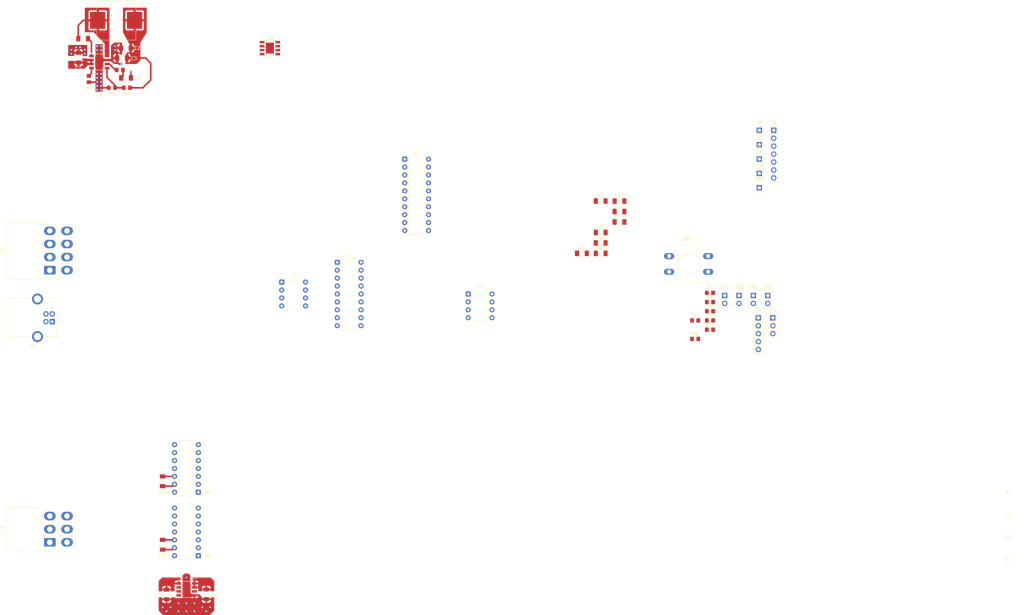
<source format=kicad_pcb>
(kicad_pcb (version 20241229) (generator "pcbnew") (generator_version "9.0")
  (layers (0 "F.Cu" signal) (2 "B.Cu" power) (13 "F.Paste" user) (15 "B.Paste" user) (5 "F.SilkS" user "F.Silkscreen") (7 "B.SilkS" user "B.Silkscreen") (1 "F.Mask" user) (3 "B.Mask" user) (25 "Edge.Cuts" user))
  (net 0 "")
  (net 1 "+12V")
  (net 2 "GND")
  (net 3 "+6.5V")
  (net 4 "Net-(U5-BST)")
  (net 5 "Net-(U5-SW)")
  (net 6 "Net-(C5-Pad2)")
  (net 7 "+5V")
  (net 8 "+5VA")
  (net 9 "Net-(U1-Vusb3v3)")
  (net 10 "Net-(JP1-A)")
  (net 12 "/USB_D+")
  (net 13 "VBUS")
  (net 15 "/USB_D-")
  (net 16 "/CAN_L")
  (net 17 "/Tach")
  (net 18 "/Speed")
  (net 19 "/CAN_H")
  (net 20 "/AN1")
  (net 21 "/AN4")
  (net 22 "/AN2")
  (net 23 "/AN3")
  (net 24 "/ICSP_~{MCLR}")
  (net 25 "/ICSP_CLK")
  (net 26 "/ICSP_DAT")
  (net 27 "/DAC1_~{CS}")
  (net 28 "/MISO")
  (net 29 "/ROM_~{CS}")
  (net 30 "/DAC2_~{CS}")
  (net 31 "/SCK")
  (net 32 "/MOSI")
  (net 33 "/CAN_~{CS}")
  (net 34 "/INT")
  (net 35 "Net-(JP2-A)")
  (net 36 "Net-(JP5-B)")
  (net 37 "Net-(U5-FB)")
  (net 38 "Net-(U5-RT{slash}CLK)")
  (net 39 "/~{MCLR}")
  (net 40 "Net-(U5-COMP)")
  (net 43 "/CLK")
  (net 44 "Net-(U2-RXCAN)")
  (net 49 "Net-(U2-TXCAN)")
  (footprint "Connector_PinSocket_2.54mm:PinSocket_1x02_P2.54mm_Vertical" (layer "F.Cu") (at 268.575 135.1)
    (property "Reference" "JP5" (at 0 -2.77 0) (layer "F.SilkS"))
    (property "Value" "Term")
    (pad "1" thru_hole rect (at 0 0) (size 1.7 1.7) (drill 1) (layers "*.Cu" "*.Mask") (net 16 "/CAN_L"))
    (pad "2" thru_hole oval (at 0 2.54) (size 1.7 1.7) (drill 1) (layers "*.Cu" "*.Mask") (net 36 "Net-(JP5-B)"))
  )
  (footprint "Package_DIP:DIP-14_W7.62mm" (layer "F.Cu") (at 86.36 218.44 180)
    (property "Reference" "U8" (at -2.54 0 0) (layer "F.SilkS"))
    (property "Value" "MCP4912" (hide yes))
    (pad "1" thru_hole roundrect (at 0 0 180) (size 1.6 1.6) (drill 0.8) (layers "*.Cu" "*.Mask") (roundrect_rratio 0.15625) (net 8 "+5VA"))
    (pad "2" thru_hole circle (at 0 2.54 180) (size 1.6 1.6) (drill 0.8) (layers "*.Cu" "*.Mask"))
    (pad "3" thru_hole circle (at 0 5.08 180) (size 1.6 1.6) (drill 0.8) (layers "*.Cu" "*.Mask") (net 27 "/DAC1_~{CS}"))
    (pad "4" thru_hole circle (at 0 7.62 180) (size 1.6 1.6) (drill 0.8) (layers "*.Cu" "*.Mask") (net 31 "/SCK"))
    (pad "5" thru_hole circle (at 0 10.16 180) (size 1.6 1.6) (drill 0.8) (layers "*.Cu" "*.Mask") (net 32 "/MOSI"))
    (pad "6" thru_hole circle (at 0 12.7 180) (size 1.6 1.6) (drill 0.8) (layers "*.Cu" "*.Mask"))
    (pad "7" thru_hole circle (at 0 15.24 180) (size 1.6 1.6) (drill 0.8) (layers "*.Cu" "*.Mask"))
    (pad "8" thru_hole circle (at 7.62 15.24 180) (size 1.6 1.6) (drill 0.8) (layers "*.Cu" "*.Mask") (net 2 "GND"))
    (pad "9" thru_hole circle (at 7.62 12.7 180) (size 1.6 1.6) (drill 0.8) (layers "*.Cu" "*.Mask") (net 8 "+5VA"))
    (pad "10" thru_hole circle (at 7.62 10.16 180) (size 1.6 1.6) (drill 0.8) (layers "*.Cu" "*.Mask") (net 22 "/AN2"))
    (pad "11" thru_hole circle (at 7.62 7.62 180) (size 1.6 1.6) (drill 0.8) (layers "*.Cu" "*.Mask") (net 8 "+5VA"))
    (pad "12" thru_hole circle (at 7.62 5.08 180) (size 1.6 1.6) (drill 0.8) (layers "*.Cu" "*.Mask") (net 2 "GND"))
    (pad "13" thru_hole circle (at 7.62 2.54 180) (size 1.6 1.6) (drill 0.8) (layers "*.Cu" "*.Mask") (net 8 "+5VA"))
    (pad "14" thru_hole circle (at 7.62 0 180) (size 1.6 1.6) (drill 0.8) (layers "*.Cu" "*.Mask") (net 20 "/AN1"))
  )
  (footprint "Capacitor_SMD:C_1206_3216Metric_Pad1.33x1.80mm_HandSolder" (layer "F.Cu") (at 221.115 111.55)
    (property "Reference" "C15" (at 0 -1.85 0) (layer "F.SilkS"))
    (property "Value" "100n")
    (pad "1" smd roundrect (at -1.5625 0) (size 1.325 1.8) (layers "F.Cu" "F.Mask" "F.Paste") (roundrect_rratio 0.188679) (net 2 "GND"))
    (pad "2" smd roundrect (at 1.5625 0) (size 1.325 1.8) (layers "F.Cu" "F.Mask" "F.Paste") (roundrect_rratio 0.188679) (net 7 "+5V"))
  )
  (footprint "Connector_PinSocket_2.54mm:PinSocket_1x02_P2.54mm_Vertical" (layer "F.Cu") (at 259.375 135.1)
    (property "Reference" "JP3" (at 0 -2.77 0) (layer "F.SilkS"))
    (property "Value" "USB_PWR")
    (pad "1" thru_hole rect (at 0 0) (size 1.7 1.7) (drill 1) (layers "*.Cu" "*.Mask") (net 13 "VBUS"))
    (pad "2" thru_hole oval (at 0 2.54) (size 1.7 1.7) (drill 1) (layers "*.Cu" "*.Mask") (net 7 "+5V"))
  )
  (footprint "Capacitor_SMD:C_1206_3216Metric_Pad1.33x1.80mm_HandSolder" (layer "F.Cu") (at 221.115 104.85)
    (property "Reference" "C13" (at 0 -1.85 0) (layer "F.SilkS"))
    (property "Value" "100n")
    (pad "1" smd roundrect (at -1.5625 0) (size 1.325 1.8) (layers "F.Cu" "F.Mask" "F.Paste") (roundrect_rratio 0.188679) (net 2 "GND"))
    (pad "2" smd roundrect (at 1.5625 0) (size 1.325 1.8) (layers "F.Cu" "F.Mask" "F.Paste") (roundrect_rratio 0.188679) (net 7 "+5V"))
  )
  (footprint "Connector_PinHeader_2.54mm:PinHeader_1x05_P2.54mm_Vertical" (layer "F.Cu") (at 265.555 142.25)
    (property "Reference" "J4" (at 0 -2.33 0) (layer "F.SilkS"))
    (property "Value" "ICSP")
    (pad "1" thru_hole rect (at 0 0) (size 1.7 1.7) (drill 1) (layers "*.Cu" "*.Mask") (net 24 "/ICSP_~{MCLR}"))
    (pad "2" thru_hole oval (at 0 2.54) (size 1.7 1.7) (drill 1) (layers "*.Cu" "*.Mask") (net 7 "+5V"))
    (pad "3" thru_hole oval (at 0 5.08) (size 1.7 1.7) (drill 1) (layers "*.Cu" "*.Mask") (net 2 "GND"))
    (pad "4" thru_hole oval (at 0 7.62) (size 1.7 1.7) (drill 1) (layers "*.Cu" "*.Mask") (net 26 "/ICSP_DAT"))
    (pad "5" thru_hole oval (at 0 10.16) (size 1.7 1.7) (drill 1) (layers "*.Cu" "*.Mask") (net 25 "/ICSP_CLK"))
  )
  (footprint "Capacitor_SMD:C_1206_3216Metric_Pad1.33x1.80mm_HandSolder" (layer "F.Cu") (at 74.93 194.6025 90)
    (property "Reference" "C16" (at -3.5175 0 180) (layer "F.SilkS"))
    (property "Value" "100n" (hide yes))
    (pad "1" smd roundrect (at -1.5625 0 90) (size 1.325 1.8) (layers "F.Cu" "F.Mask" "F.Paste") (roundrect_rratio 0.188679) (net 8 "+5VA"))
    (pad "2" smd roundrect (at 1.5625 0 90) (size 1.325 1.8) (layers "F.Cu" "F.Mask" "F.Paste") (roundrect_rratio 0.188679) (net 2 "GND"))
  )
  (footprint "Connector_PinSocket_2.54mm:PinSocket_1x03_P2.54mm_Vertical" (layer "F.Cu") (at 270.205 142.25)
    (property "Reference" "JP2" (at 0 -2.77 0) (layer "F.SilkS"))
    (property "Value" "Prog")
    (pad "1" thru_hole rect (at 0 0) (size 1.7 1.7) (drill 1) (layers "*.Cu" "*.Mask") (net 35 "Net-(JP2-A)"))
    (pad "2" thru_hole oval (at 0 2.54) (size 1.7 1.7) (drill 1) (layers "*.Cu" "*.Mask") (net 34 "/INT"))
    (pad "3" thru_hole oval (at 0 5.08) (size 1.7 1.7) (drill 1) (layers "*.Cu" "*.Mask") (net 25 "/ICSP_CLK"))
  )
  (footprint "Connector_PinSocket_2.54mm:PinSocket_1x07_P2.54mm_Vertical" (layer "F.Cu") (at 270.475 82.2)
    (property "Reference" "J5" (at 0 -2.77 0) (layer "F.SilkS"))
    (property "Value" "SPI debug")
    (pad "1" thru_hole rect (at 0 0) (size 1.7 1.7) (drill 1) (layers "*.Cu" "*.Mask") (net 31 "/SCK"))
    (pad "2" thru_hole oval (at 0 2.54) (size 1.7 1.7) (drill 1) (layers "*.Cu" "*.Mask") (net 32 "/MOSI"))
    (pad "3" thru_hole oval (at 0 5.08) (size 1.7 1.7) (drill 1) (layers "*.Cu" "*.Mask") (net 28 "/MISO"))
    (pad "4" thru_hole oval (at 0 7.62) (size 1.7 1.7) (drill 1) (layers "*.Cu" "*.Mask") (net 33 "/CAN_~{CS}"))
    (pad "5" thru_hole oval (at 0 10.16) (size 1.7 1.7) (drill 1) (layers "*.Cu" "*.Mask") (net 29 "/ROM_~{CS}"))
    (pad "6" thru_hole oval (at 0 12.7) (size 1.7 1.7) (drill 1) (layers "*.Cu" "*.Mask") (net 27 "/DAC1_~{CS}"))
    (pad "7" thru_hole oval (at 0 15.24) (size 1.7 1.7) (drill 1) (layers "*.Cu" "*.Mask") (net 30 "/DAC2_~{CS}"))
  )
  (footprint "Resistor_SMD:R_0805_2012Metric_Pad1.20x1.40mm_HandSolder" (layer "F.Cu") (at 250.075 137.2)
    (property "Reference" "R8" (at 0 -1.65 0) (layer "F.SilkS"))
    (property "Value" "120")
    (pad "1" smd roundrect (at -1 0) (size 1.2 1.4) (layers "F.Cu" "F.Mask" "F.Paste") (roundrect_rratio 0.208333) (net 36 "Net-(JP5-B)"))
    (pad "2" smd roundrect (at 1 0) (size 1.2 1.4) (layers "F.Cu" "F.Mask" "F.Paste") (roundrect_rratio 0.208333) (net 19 "/CAN_H"))
  )
  (footprint "Resistor_SMD:R_0805_2012Metric_Pad1.20x1.40mm_HandSolder" (layer "F.Cu") (at 63.5 68.58)
    (property "Reference" "R1" (at 0 1.778 0) (layer "F.SilkS"))
    (property "Value" "73k2" (hide yes))
    (pad "1" smd roundrect (at -1 0) (size 1.2 1.4) (layers "F.Cu" "F.Mask" "F.Paste") (roundrect_rratio 0.208333) (net 37 "Net-(U5-FB)"))
    (pad "2" smd roundrect (at 1 0) (size 1.2 1.4) (layers "F.Cu" "F.Mask" "F.Paste") (roundrect_rratio 0.208333) (net 3 "+6.5V"))
  )
  (footprint "Connector_PinSocket_2.54mm:PinSocket_1x02_P2.54mm_Vertical" (layer "F.Cu") (at 254.775 135.1)
    (property "Reference" "JP1" (at 0 -2.77 0) (layer "F.SilkS"))
    (property "Value" "~{Prog}")
    (pad "1" thru_hole rect (at 0 0) (size 1.7 1.7) (drill 1) (layers "*.Cu" "*.Mask") (net 10 "Net-(JP1-A)"))
    (pad "2" thru_hole oval (at 0 2.54) (size 1.7 1.7) (drill 1) (layers "*.Cu" "*.Mask") (net 24 "/ICSP_~{MCLR}"))
  )
  (footprint "Capacitor_SMD:C_1206_3216Metric_Pad1.33x1.80mm_HandSolder" (layer "F.Cu") (at 49.4915 52.832)
    (property "Reference" "C4" (at -3.81 -0.127 180) (layer "F.SilkS"))
    (property "Value" "100n" (hide yes))
    (pad "1" smd roundrect (at -1.5625 0) (size 1.325 1.8) (layers "F.Cu" "F.Mask" "F.Paste") (roundrect_rratio 0.188679) (net 5 "Net-(U5-SW)"))
    (pad "2" smd roundrect (at 1.5625 0) (size 1.325 1.8) (layers "F.Cu" "F.Mask" "F.Paste") (roundrect_rratio 0.188679) (net 4 "Net-(U5-BST)"))
  )
  (footprint "Capacitor_SMD:C_1206_3216Metric_Pad1.33x1.80mm_HandSolder" (layer "F.Cu") (at 215.105 121.6)
    (property "Reference" "C12" (at 0 -1.85 0) (layer "F.SilkS"))
    (property "Value" "100n")
    (pad "1" smd roundrect (at -1.5625 0) (size 1.325 1.8) (layers "F.Cu" "F.Mask" "F.Paste") (roundrect_rratio 0.188679) (net 10 "Net-(JP1-A)"))
    (pad "2" smd roundrect (at 1.5625 0) (size 1.325 1.8) (layers "F.Cu" "F.Mask" "F.Paste") (roundrect_rratio 0.188679) (net 2 "GND"))
  )
  (footprint "Capacitor_SMD:C_1206_3216Metric_Pad1.33x1.80mm_HandSolder" (layer "F.Cu") (at 215.105 118.25)
    (property "Reference" "C11" (at 0 -1.85 0) (layer "F.SilkS"))
    (property "Value" "1u")
    (pad "1" smd roundrect (at -1.5625 0) (size 1.325 1.8) (layers "F.Cu" "F.Mask" "F.Paste") (roundrect_rratio 0.188679) (net 9 "Net-(U1-Vusb3v3)"))
    (pad "2" smd roundrect (at 1.5625 0) (size 1.325 1.8) (layers "F.Cu" "F.Mask" "F.Paste") (roundrect_rratio 0.188679) (net 2 "GND"))
  )
  (footprint "Package_DIP:DIP-8_W7.62mm" (layer "F.Cu") (at 172.72 134.62)
    (property "Reference" "U4" (at 3.81 -2.33 0) (layer "F.SilkS"))
    (property "Value" "25LC160C")
    (pad "1" thru_hole roundrect (at 0 0) (size 1.6 1.6) (drill 0.8) (layers "*.Cu" "*.Mask") (roundrect_rratio 0.15625) (net 29 "/ROM_~{CS}"))
    (pad "2" thru_hole circle (at 0 2.54) (size 1.6 1.6) (drill 0.8) (layers "*.Cu" "*.Mask") (net 28 "/MISO"))
    (pad "3" thru_hole circle (at 0 5.08) (size 1.6 1.6) (drill 0.8) (layers "*.Cu" "*.Mask") (net 7 "+5V"))
    (pad "4" thru_hole circle (at 0 7.62) (size 1.6 1.6) (drill 0.8) (layers "*.Cu" "*.Mask") (net 2 "GND"))
    (pad "5" thru_hole circle (at 7.62 7.62) (size 1.6 1.6) (drill 0.8) (layers "*.Cu" "*.Mask") (net 32 "/MOSI"))
    (pad "6" thru_hole circle (at 7.62 5.08) (size 1.6 1.6) (drill 0.8) (layers "*.Cu" "*.Mask") (net 31 "/SCK"))
    (pad "7" thru_hole circle (at 7.62 2.54) (size 1.6 1.6) (drill 0.8) (layers "*.Cu" "*.Mask") (net 7 "+5V"))
    (pad "8" thru_hole circle (at 7.62 0) (size 1.6 1.6) (drill 0.8) (layers "*.Cu" "*.Mask") (net 7 "+5V"))
  )
  (footprint "Resistor_SMD:R_0805_2012Metric_Pad1.20x1.40mm_HandSolder" (layer "F.Cu") (at 250.075 143.1)
    (property "Reference" "R10" (at 0 -1.65 0) (layer "F.SilkS"))
    (property "Value" "10k")
    (pad "1" smd roundrect (at -1 0) (size 1.2 1.4) (layers "F.Cu" "F.Mask" "F.Paste") (roundrect_rratio 0.208333) (net 8 "+5VA"))
    (pad "2" smd roundrect (at 1 0) (size 1.2 1.4) (layers "F.Cu" "F.Mask" "F.Paste") (roundrect_rratio 0.208333) (net 27 "/DAC1_~{CS}"))
  )
  (footprint "Capacitor_SMD:C_1206_3216Metric_Pad1.33x1.80mm_HandSolder" (layer "F.Cu") (at 209.095 121.6)
    (property "Reference" "C6" (at 0 -1.85 0) (layer "F.SilkS"))
    (property "Value" "22u")
    (pad "1" smd roundrect (at -1.5625 0) (size 1.325 1.8) (layers "F.Cu" "F.Mask" "F.Paste") (roundrect_rratio 0.188679) (net 3 "+6.5V"))
    (pad "2" smd roundrect (at 1.5625 0) (size 1.325 1.8) (layers "F.Cu" "F.Mask" "F.Paste") (roundrect_rratio 0.188679) (net 2 "GND"))
  )
  (footprint "Connector_PinSocket_2.54mm:PinSocket_1x01_P2.54mm_Vertical" (layer "F.Cu") (at 265.875 96)
    (property "Reference" "J9" (at 0 -2.77 0) (layer "F.SilkS"))
    (property "Value" "Conn_01x01_Socket")
    (pad "1" thru_hole rect (at 0 0) (size 1.7 1.7) (drill 1) (layers "*.Cu" "*.Mask") (net 8 "+5VA"))
  )
  (footprint "Capacitor_SMD:C_1206_3216Metric_Pad1.33x1.80mm_HandSolder" (layer "F.Cu") (at 63.2075 65.405 180)
    (property "Reference" "C5" (at -3.5945 -0.127 0) (layer "F.SilkS"))
    (property "Value" "100n" (hide yes))
    (pad "1" smd roundrect (at -1.5625 0 180) (size 1.325 1.8) (layers "F.Cu" "F.Mask" "F.Paste") (roundrect_rratio 0.188679) (net 2 "GND"))
    (pad "2" smd roundrect (at 1.5625 0 180) (size 1.325 1.8) (layers "F.Cu" "F.Mask" "F.Paste") (roundrect_rratio 0.188679) (net 6 "Net-(C5-Pad2)"))
  )
  (footprint "Resistor_SMD:R_0805_2012Metric_Pad1.20x1.40mm_HandSolder" (layer "F.Cu") (at 51.308 65.77 -90)
    (property "Reference" "R3" (at 2.905 0 180) (layer "F.SilkS"))
    (property "Value" "50k" (hide yes))
    (pad "1" smd roundrect (at -1 0 270) (size 1.2 1.4) (layers "F.Cu" "F.Mask" "F.Paste") (roundrect_rratio 0.208333) (net 38 "Net-(U5-RT{slash}CLK)"))
    (pad "2" smd roundrect (at 1 0 270) (size 1.2 1.4) (layers "F.Cu" "F.Mask" "F.Paste") (roundrect_rratio 0.208333) (net 2 "GND"))
  )
  (footprint "Button_Switch_THT:SW_PUSH-12mm" (layer "F.Cu") (at 237 122.5)
    (property "Reference" "SW1" (at 5.83 -5.41 0) (layer "F.SilkS"))
    (property "Value" "Reset")
    (pad "1" thru_hole oval (at 0 0) (size 3.2 1.9) (drill 1.3) (layers "*.Cu" "*.Mask") (net 2 "GND"))
    (pad "1" thru_hole oval (at 12.5 0) (size 3.2 1.9) (drill 1.3) (layers "*.Cu" "*.Mask") (net 2 "GND"))
    (pad "2" thru_hole oval (at 0 5) (size 3.2 1.9) (drill 1.3) (layers "*.Cu" "*.Mask") (net 24 "/ICSP_~{MCLR}"))
    (pad "2" thru_hole oval (at 12.5 5) (size 3.2 1.9) (drill 1.3) (layers "*.Cu" "*.Mask") (net 24 "/ICSP_~{MCLR}"))
  )
  (footprint "Resistor_SMD:R_0805_2012Metric_Pad1.20x1.40mm_HandSolder" (layer "F.Cu") (at 58.69 68.58)
    (property "Reference" "R2" (at -0.016 1.778 0) (layer "F.SilkS"))
    (property "Value" "10k" (hide yes))
    (pad "1" smd roundrect (at -1 0) (size 1.2 1.4) (layers "F.Cu" "F.Mask" "F.Paste") (roundrect_rratio 0.208333) (net 2 "GND"))
    (pad "2" smd roundrect (at 1 0) (size 1.2 1.4) (layers "F.Cu" "F.Mask" "F.Paste") (roundrect_rratio 0.208333) (net 37 "Net-(U5-FB)"))
  )
  (footprint "Connector_PinSocket_2.54mm:PinSocket_1x01_P2.54mm_Vertical" (layer "F.Cu") (at 265.875 86.8)
    (property "Reference" "J7" (at 0 -2.77 0) (layer "F.SilkS"))
    (property "Value" "Conn_01x01_Socket")
    (pad "1" thru_hole rect (at 0 0) (size 1.7 1.7) (drill 1) (layers "*.Cu" "*.Mask") (net 3 "+6.5V"))
  )
  (footprint "Connector_Molex:Molex_Mini-Fit_Jr_5569-06A2_2x03_P4.20mm_Horizontal" (layer "F.Cu") (at 38.835 214.14 90)
    (property "Reference" "J3" (at 4.2 -15.1 90) (layer "F.SilkS"))
    (property "Value" "Analog")
    (pad "" np_thru_hole circle (at 0 -7.3 90) (size 3 3) (drill 3) (layers "*.Cu" "*.Mask"))
    (pad "" np_thru_hole circle (at 8.4 -7.3 90) (size 3 3) (drill 3) (layers "*.Cu" "*.Mask"))
    (pad "1" thru_hole roundrect (at 0 0 90) (size 2.7 3.7) (drill 1.8) (layers "*.Cu" "*.Mask") (roundrect_rratio 0.092593) (net 20 "/AN1"))
    (pad "2" thru_hole oval (at 4.2 0 90) (size 2.7 3.7) (drill 1.8) (layers "*.Cu" "*.Mask") (net 2 "GND"))
    (pad "3" thru_hole oval (at 8.4 0 90) (size 2.7 3.7) (drill 1.8) (layers "*.Cu" "*.Mask") (net 23 "/AN3"))
    (pad "4" thru_hole oval (at 0 5.5 90) (size 2.7 3.7) (drill 1.8) (layers "*.Cu" "*.Mask") (net 22 "/AN2"))
    (pad "5" thru_hole oval (at 4.2 5.5 90) (size 2.7 3.7) (drill 1.8) (layers "*.Cu" "*.Mask") (net 2 "GND"))
    (pad "6" thru_hole oval (at 8.4 5.5 90) (size 2.7 3.7) (drill 1.8) (layers "*.Cu" "*.Mask") (net 21 "/AN4"))
  )
  (footprint "Resistor_SMD:R_0805_2012Metric_Pad1.20x1.40mm_HandSolder" (layer "F.Cu") (at 250.075 146.05)
    (property "Reference" "R11" (at 0 -1.65 0) (layer "F.SilkS"))
    (property "Value" "10k")
    (pad "1" smd roundrect (at -1 0) (size 1.2 1.4) (layers "F.Cu" "F.Mask" "F.Paste") (roundrect_rratio 0.208333) (net 8 "+5VA"))
    (pad "2" smd roundrect (at 1 0) (size 1.2 1.4) (layers "F.Cu" "F.Mask" "F.Paste") (roundrect_rratio 0.208333) (net 30 "/DAC2_~{CS}"))
  )
  (footprint "Connector_Molex:Molex_Mini-Fit_Jr_5569-08A2_2x04_P4.20mm_Horizontal" (layer "F.Cu") (at 38.835 127 90)
    (property "Reference" "J2" (at 6.3 -15.1 90) (layer "F.SilkS"))
    (property "Value" "Conn_02x04_Top_Bottom")
    (pad "" np_thru_hole circle (at 0 -7.3 90) (size 3 3) (drill 3) (layers "*.Cu" "*.Mask"))
    (pad "" np_thru_hole circle (at 12.6 -7.3 90) (size 3 3) (drill 3) (layers "*.Cu" "*.Mask"))
    (pad "1" thru_hole roundrect (at 0 0 90) (size 2.7 3.7) (drill 1.8) (layers "*.Cu" "*.Mask") (roundrect_rratio 0.092593) (net 1 "+12V"))
    (pad "2" thru_hole oval (at 4.2 0 90) (size 2.7 3.7) (drill 1.8) (layers "*.Cu" "*.Mask") (net 2 "GND"))
    (pad "3" thru_hole oval (at 8.4 0 90) (size 2.7 3.7) (drill 1.8) (layers "*.Cu" "*.Mask") (net 2 "GND"))
    (pad "4" thru_hole oval (at 12.6 0 90) (size 2.7 3.7) (drill 1.8) (layers "*.Cu" "*.Mask") (net 17 "/Tach"))
    (pad "5" thru_hole oval (at 0 5.5 90) (size 2.7 3.7) (drill 1.8) (layers "*.Cu" "*.Mask") (net 2 "GND"))
    (pad "6" thru_hole oval (at 4.2 5.5 90) (size 2.7 3.7) (drill 1.8) (layers "*.Cu" "*.Mask") (net 19 "/CAN_H"))
    (pad "7" thru_hole oval (at 8.4 5.5 90) (size 2.7 3.7) (drill 1.8) (layers "*.Cu" "*.Mask") (net 16 "/CAN_L"))
    (pad "8" thru_hole oval (at 12.6 5.5 90) (size 2.7 3.7) (drill 1.8) (layers "*.Cu" "*.Mask") (net 18 "/Speed"))
  )
  (footprint "Capacitor_SMD:C_1206_3216Metric_Pad1.33x1.80mm_HandSolder" (layer "F.Cu") (at 221.115 108.2)
    (property "Reference" "C14" (at 0 -1.85 0) (layer "F.SilkS"))
    (property "Value" "100n")
    (pad "1" smd roundrect (at -1.5625 0) (size 1.325 1.8) (layers "F.Cu" "F.Mask" "F.Paste") (roundrect_rratio 0.188679) (net 2 "GND"))
    (pad "2" smd roundrect (at 1.5625 0) (size 1.325 1.8) (layers "F.Cu" "F.Mask" "F.Paste") (roundrect_rratio 0.188679) (net 7 "+5V"))
  )
  (footprint "Resistor_SMD:R_0805_2012Metric_Pad1.20x1.40mm_HandSolder" (layer "F.Cu") (at 61.23 62.865 180)
    (property "Reference" "R5" (at -3.032 0.635 0) (layer "F.SilkS"))
    (property "Value" "12k" (hide yes))
    (pad "1" smd roundrect (at -1 0 180) (size 1.2 1.4) (layers "F.Cu" "F.Mask" "F.Paste") (roundrect_rratio 0.208333) (net 6 "Net-(C5-Pad2)"))
    (pad "2" smd roundrect (at 1 0 180) (size 1.2 1.4) (layers "F.Cu" "F.Mask" "F.Paste") (roundrect_rratio 0.208333) (net 40 "Net-(U5-COMP)"))
  )
  (footprint "Package_DIP:DIP-14_W7.62mm" (layer "F.Cu") (at 86.36 198.12 180)
    (property "Reference" "U9" (at -2.54 0 0) (layer "F.SilkS"))
    (property "Value" "MCP4912" (hide yes))
    (pad "1" thru_hole roundrect (at 0 0 180) (size 1.6 1.6) (drill 0.8) (layers "*.Cu" "*.Mask") (roundrect_rratio 0.15625) (net 8 "+5VA"))
    (pad "2" thru_hole circle (at 0 2.54 180) (size 1.6 1.6) (drill 0.8) (layers "*.Cu" "*.Mask"))
    (pad "3" thru_hole circle (at 0 5.08 180) (size 1.6 1.6) (drill 0.8) (layers "*.Cu" "*.Mask") (net 30 "/DAC2_~{CS}"))
    (pad "4" thru_hole circle (at 0 7.62 180) (size 1.6 1.6) (drill 0.8) (layers "*.Cu" "*.Mask") (net 31 "/SCK"))
    (pad "5" thru_hole circle (at 0 10.16 180) (size 1.6 1.6) (drill 0.8) (layers "*.Cu" "*.Mask") (net 32 "/MOSI"))
    (pad "6" thru_hole circle (at 0 12.7 180) (size 1.6 1.6) (drill 0.8) (layers "*.Cu" "*.Mask"))
    (pad "7" thru_hole circle (at 0 15.24 180) (size 1.6 1.6) (drill 0.8) (layers "*.Cu" "*.Mask"))
    (pad "8" thru_hole circle (at 7.62 15.24 180) (size 1.6 1.6) (drill 0.8) (layers "*.Cu" "*.Mask") (net 2 "GND"))
    (pad "9" thru_hole circle (at 7.62 12.7 180) (size 1.6 1.6) (drill 0.8) (layers "*.Cu" "*.Mask") (net 8 "+5VA"))
    (pad "10" thru_hole circle (at 7.62 10.16 180) (size 1.6 1.6) (drill 0.8) (layers "*.Cu" "*.Mask") (net 21 "/AN4"))
    (pad "11" thru_hole circle (at 7.62 7.62 180) (size 1.6 1.6) (drill 0.8) (layers "*.Cu" "*.Mask") (net 8 "+5VA"))
    (pad "12" thru_hole circle (at 7.62 5.08 180) (size 1.6 1.6) (drill 0.8) (layers "*.Cu" "*.Mask") (net 2 "GND"))
    (pad "13" thru_hole circle (at 7.62 2.54 180) (size 1.6 1.6) (drill 0.8) (layers "*.Cu" "*.Mask") (net 8 "+5VA"))
    (pad "14" thru_hole circle (at 7.62 0 180) (size 1.6 1.6) (drill 0.8) (layers "*.Cu" "*.Mask") (net 23 "/AN3"))
  )
  (footprint "Connector_USB:USB_B_OST_USB-B1HSxx_Horizontal" (layer "F.Cu") (at 39.5975 143.49 180)
    (property "Reference" "J1" (at 6.76 -7.77 0) (layer "F.SilkS"))
    (property "Value" "USB_B")
    (pad "1" thru_hole rect (at 0 0 180) (size 1.7 1.7) (drill 0.92) (layers "*.Cu" "*.Mask") (net 13 "VBUS"))
    (pad "2" thru_hole circle (at 0 2.5 180) (size 1.7 1.7) (drill 0.92) (layers "*.Cu" "*.Mask") (net 15 "/USB_D-"))
    (pad "3" thru_hole circle (at 2 2.5 180) (size 1.7 1.7) (drill 0.92) (layers "*.Cu" "*.Mask") (net 12 "/USB_D+"))
    (pad "4" thru_hole circle (at 2 0 180) (size 1.7 1.7) (drill 0.92) (layers "*.Cu" "*.Mask") (net 2 "GND"))
    (pad "5" thru_hole circle (at 4.71 -4.77 180) (size 3.5 3.5) (drill 2.33) (layers "*.Cu" "*.Mask"))
    (pad "5" thru_hole circle (at 4.71 7.27 180) (size 3.5 3.5) (drill 2.33) (layers "*.Cu" "*.Mask"))
  )
  (footprint "Capacitor_SMD:C_1206_3216Metric_Pad1.33x1.80mm_HandSolder" (layer "F.Cu") (at 88.9 230.7975 -90)
    (property "Reference" "C8" (at 0.3425 -2.54 180) (layer "F.SilkS"))
    (property "Value" "22u" (hide yes))
    (pad "1" smd roundrect (at -1.5625 0 270) (size 1.325 1.8) (layers "F.Cu" "F.Mask" "F.Paste") (roundrect_rratio 0.188679) (net 3 "+6.5V"))
    (pad "2" smd roundrect (at 1.5625 0 270) (size 1.325 1.8) (layers "F.Cu" "F.Mask" "F.Paste") (roundrect_rratio 0.188679) (net 2 "GND"))
  )
  (footprint "MountingHole:MountingHole_3.2mm_M3_DIN965" (layer "F.Cu") (at 345.44 209.22)
    (property "Reference" "H2" (at 0 -3.8 0) (layer "F.SilkS"))
    (property "Value" "MountingHole")
    (pad "" np_thru_hole circle (at 0 0) (size 3.2 3.2) (drill 3.2) (layers "*.Cu" "*.Mask"))
  )
  (footprint "MountingHole:MountingHole_3.2mm_M3_DIN965" (layer "F.Cu") (at 345.44 216.37)
    (property "Reference" "H3" (at 0 -3.8 0) (layer "F.SilkS"))
    (property "Value" "MountingHole")
    (pad "" np_thru_hole circle (at 0 0) (size 3.2 3.2) (drill 3.2) (layers "*.Cu" "*.Mask"))
  )
  (footprint "Package_SO:Diodes_SO-8EP" (layer "F.Cu") (at 82.5925 229.235)
    (property "Reference" "U7" (at 2.4975 -3.81 0) (layer "F.SilkS"))
    (property "Value" "AP7375Q" (hide yes))
    (pad "1" smd rect (at -2.4975 -1.905) (size 1.505 0.802) (layers "F.Cu" "F.Mask" "F.Paste") (net 8 "+5VA"))
    (pad "2" smd rect (at -2.4975 -0.635) (size 1.505 0.802) (layers "F.Cu" "F.Mask" "F.Paste"))
    (pad "3" smd rect (at -2.4975 0.635) (size 1.505 0.802) (layers "F.Cu" "F.Mask" "F.Paste"))
    (pad "4" smd rect (at -2.4975 1.905) (size 1.505 0.802) (layers "F.Cu" "F.Mask" "F.Paste"))
    (pad "5" smd rect (at 2.4975 1.905) (size 1.505 0.802) (layers "F.Cu" "F.Mask" "F.Paste") (net 2 "GND"))
    (pad "6" smd rect (at 2.4975 0.635) (size 1.505 0.802) (layers "F.Cu" "F.Mask" "F.Paste"))
    (pad "7" smd rect (at 2.4975 -0.635) (size 1.505 0.802) (layers "F.Cu" "F.Mask" "F.Paste") (net 3 "+6.5V"))
    (pad "8" smd rect (at 2.4975 -1.905) (size 1.505 0.802) (layers "F.Cu" "F.Mask" "F.Paste") (net 3 "+6.5V"))
    (pad "9" smd rect (at 0 0) (size 2.613 3.502) (layers "F.Cu" "F.Mask" "F.Paste") (net 2 "GND"))
  )
  (footprint "Connector_PinSocket_2.54mm:PinSocket_1x01_P2.54mm_Vertical" (layer "F.Cu") (at 265.875 100.6)
    (property "Reference" "J10" (at 0 -2.77 0) (layer "F.SilkS"))
    (property "Value" "Conn_01x01_Socket")
    (pad "1" thru_hole rect (at 0 0) (size 1.7 1.7) (drill 1) (layers "*.Cu" "*.Mask") (net 2 "GND"))
  )
  (footprint "MountingHole:MountingHole_3.2mm_M3_DIN965" (layer "F.Cu") (at 345.44 223.52)
    (property "Reference" "H4" (at 0 -3.8 0) (layer "F.SilkS"))
    (property "Value" "MountingHole")
    (pad "" np_thru_hole circle (at 0 0) (size 3.2 3.2) (drill 3.2) (layers "*.Cu" "*.Mask"))
  )
  (footprint "Connector_PinSocket_2.54mm:PinSocket_1x02_P2.54mm_Vertical" (layer "F.Cu") (at 263.975 135.1)
    (property "Reference" "JP4" (at 0 -2.77 0) (layer "F.SilkS"))
    (property "Value" "USB_PWR")
    (pad "1" thru_hole rect (at 0 0) (size 1.7 1.7) (drill 1) (layers "*.Cu" "*.Mask") (net 13 "VBUS"))
    (pad "2" thru_hole oval (at 0 2.54) (size 1.7 1.7) (drill 1) (layers "*.Cu" "*.Mask") (net 8 "+5VA"))
  )
  (footprint "Capacitor_SMD:C_1206_3216Metric_Pad1.33x1.80mm_HandSolder" (layer "F.Cu") (at 48.006 58.928 90)
    (property "Reference" "C1" (at -3.302 0 180) (layer "F.SilkS"))
    (property "Value" "22u" (hide yes))
    (pad "1" smd roundrect (at -1.5625 0 90) (size 1.325 1.8) (layers "F.Cu" "F.Mask" "F.Paste") (roundrect_rratio 0.188679) (net 1 "+12V"))
    (pad "2" smd roundrect (at 1.5625 0 90) (size 1.325 1.8) (layers "F.Cu" "F.Mask" "F.Paste") (roundrect_rratio 0.188679) (net 2 "GND"))
  )
  (footprint "Connector_PinSocket_2.54mm:PinSocket_1x01_P2.54mm_Vertical" (layer "F.Cu") (at 265.875 82.2)
    (property "Reference" "J6" (at 0 -2.77 0) (layer "F.SilkS"))
    (property "Value" "Conn_01x01_Socket")
    (pad "1" thru_hole rect (at 0 0) (size 1.7 1.7) (drill 1) (layers "*.Cu" "*.Mask") (net 1 "+12V"))
  )
  (footprint "Package_DIP:DIP-20_W7.62mm" (layer "F.Cu") (at 152.4 91.44)
    (property "Reference" "U1" (at 3.81 -2.33 0) (layer "F.SilkS"))
    (property "Value" "PIC16F1459-IP")
    (pad "1" thru_hole roundrect (at 0 0) (size 1.6 1.6) (drill 0.8) (layers "*.Cu" "*.Mask") (roundrect_rratio 0.15625) (net 7 "+5V"))
    (pad "2" thru_hole circle (at 0 2.54) (size 1.6 1.6) (drill 0.8) (layers "*.Cu" "*.Mask") (net 29 "/ROM_~{CS}"))
    (pad "3" thru_hole circle (at 0 5.08) (size 1.6 1.6) (drill 0.8) (layers "*.Cu" "*.Mask") (net 43 "/CLK"))
    (pad "4" thru_hole circle (at 0 7.62) (size 1.6 1.6) (drill 0.8) (layers "*.Cu" "*.Mask") (net 39 "/~{MCLR}"))
    (pad "5" thru_hole circle (at 0 10.16) (size 1.6 1.6) (drill 0.8) (layers "*.Cu" "*.Mask"))
    (pad "6" thru_hole circle (at 0 12.7) (size 1.6 1.6) (drill 0.8) (layers "*.Cu" "*.Mask") (net 18 "/Speed"))
    (pad "7" thru_hole circle (at 0 15.24) (size 1.6 1.6) (drill 0.8) (layers "*.Cu" "*.Mask") (net 17 "/Tach"))
    (pad "8" thru_hole circle (at 0 17.78) (size 1.6 1.6) (drill 0.8) (layers "*.Cu" "*.Mask"))
    (pad "9" thru_hole circle (at 0 20.32) (size 1.6 1.6) (drill 0.8) (layers "*.Cu" "*.Mask") (net 32 "/MOSI"))
    (pad "10" thru_hole circle (at 0 22.86) (size 1.6 1.6) (drill 0.8) (layers "*.Cu" "*.Mask") (net 27 "/DAC1_~{CS}"))
    (pad "11" thru_hole circle (at 7.62 22.86) (size 1.6 1.6) (drill 0.8) (layers "*.Cu" "*.Mask") (net 31 "/SCK"))
    (pad "12" thru_hole circle (at 7.62 20.32) (size 1.6 1.6) (drill 0.8) (layers "*.Cu" "*.Mask") (net 33 "/CAN_~{CS}"))
    (pad "13" thru_hole circle (at 7.62 17.78) (size 1.6 1.6) (drill 0.8) (layers "*.Cu" "*.Mask") (net 28 "/MISO"))
    (pad "14" thru_hole circle (at 7.62 15.24) (size 1.6 1.6) (drill 0.8) (layers "*.Cu" "*.Mask") (net 30 "/DAC2_~{CS}"))
    (pad "15" thru_hole circle (at 7.62 12.7) (size 1.6 1.6) (drill 0.8) (layers "*.Cu" "*.Mask") (net 35 "Net-(JP2-A)"))
    (pad "16" thru_hole circle (at 7.62 10.16) (size 1.6 1.6) (drill 0.8) (layers "*.Cu" "*.Mask") (net 26 "/ICSP_DAT"))
    (pad "17" thru_hole circle (at 7.62 7.62) (size 1.6 1.6) (drill 0.8) (layers "*.Cu" "*.Mask") (net 9 "Net-(U1-Vusb3v3)"))
    (pad "18" thru_hole circle (at 7.62 5.08) (size 1.6 1.6) (drill 0.8) (layers "*.Cu" "*.Mask") (net 15 "/USB_D-"))
    (pad "19" thru_hole circle (at 7.62 2.54) (size 1.6 1.6) (drill 0.8) (layers "*.Cu" "*.Mask") (net 12 "/USB_D+"))
    (pad "20" thru_hole circle (at 7.62 0) (size 1.6 1.6) (drill 0.8) (layers "*.Cu" "*.Mask") (net 2 "GND"))
  )
  (footprint "Package_SO:Diodes_SO-8EP" (layer "F.Cu") (at 54.6525 60.325)
    (property "Reference" "U5" (at -0.0425 10.541 0) (layer "F.SilkS"))
    (property "Value" "AP64100Q" (hide yes))
    (pad "1" smd rect (at -2.4975 -1.905) (size 1.505 0.802) (layers "F.Cu" "F.Mask" "F.Paste") (net 4 "Net-(U5-BST)"))
    (pad "2" smd rect (at -2.4975 -0.635) (size 1.505 0.802) (layers "F.Cu" "F.Mask" "F.Paste") (net 1 "+12V"))
    (pad "3" smd rect (at -2.4975 0.635) (size 1.505 0.802) (layers "F.Cu" "F.Mask" "F.Paste") (net 1 "+12V"))
    (pad "4" smd rect (at -2.4975 1.905) (size 1.505 0.802) (layers "F.Cu" "F.Mask" "F.Paste") (net 38 "Net-(U5-RT{slash}CLK)"))
    (pad "5" smd rect (at 2.4975 1.905) (size 1.505 0.802) (layers "F.Cu" "F.Mask" "F.Paste") (net 37 "Net-(U5-FB)"))
    (pad "6" smd rect (at 2.4975 0.635) (size 1.505 0.802) (layers "F.Cu" "F.Mask" "F.Paste") (net 40 "Net-(U5-COMP)"))
    (pad "7" smd rect (at 2.4975 -0.635) (size 1.505 0.802) (layers "F.Cu" "F.Mask" "F.Paste") (net 2 "GND"))
    (pad "8" smd rect (at 2.4975 -1.905) (size 1.505 0.802) (layers "F.Cu" "F.Mask" "F.Paste") (net 5 "Net-(U5-SW)"))
    (pad "9" smd rect (at 0 0) (size 2.613 3.502) (layers "F.Cu" "F.Mask" "F.Paste") (net 2 "GND"))
  )
  (footprint "Resistor_SMD:R_0805_2012Metric_Pad1.20x1.40mm_HandSolder" (layer "F.Cu") (at 250.075 140.15)
    (property "Reference" "R9" (at 0 -1.65 0) (layer "F.SilkS"))
    (property "Value" "10k")
    (pad "1" smd roundrect (at -1 0) (size 1.2 1.4) (layers "F.Cu" "F.Mask" "F.Paste") (roundrect_rratio 0.208333) (net 7 "+5V"))
    (pad "2" smd roundrect (at 1 0) (size 1.2 1.4) (layers "F.Cu" "F.Mask" "F.Paste") (roundrect_rratio 0.208333) (net 29 "/ROM_~{CS}"))
  )
  (footprint "Inductor_SMD:L_Wuerth_WE-PD-Typ-LS_Handsoldering" (layer "F.Cu") (at 60.071 46.99)
    (property "Reference" "L1" (at 8.255 -5.334 0) (layer "F.SilkS"))
    (property "Value" "15u" (hide yes))
    (pad "1" smd rect (at -5.9 0) (size 4.9 5.4) (layers "F.Cu" "F.Mask" "F.Paste") (net 5 "Net-(U5-SW)"))
    (pad "2" smd rect (at 5.9 0) (size 4.9 5.4) (layers "F.Cu" "F.Mask" "F.Paste") (net 3 "+6.5V"))
  )
  (footprint "Package_DIP:DIP-18_W7.62mm" (layer "F.Cu") (at 130.815 124.46)
    (property "Reference" "U2" (at 3.81 -2.33 0) (layer "F.SilkS"))
    (property "Value" "MCP2515-I/P")
    (pad "1" thru_hole roundrect (at 0 0) (size 1.6 1.6) (drill 0.8) (layers "*.Cu" "*.Mask") (roundrect_rratio 0.15625) (net 49 "Net-(U2-TXCAN)"))
    (pad "2" thru_hole circle (at 0 2.54) (size 1.6 1.6) (drill 0.8) (layers "*.Cu" "*.Mask") (net 44 "Net-(U2-RXCAN)"))
    (pad "3" thru_hole circle (at 0 5.08) (size 1.6 1.6) (drill 0.8) (layers "*.Cu" "*.Mask"))
    (pad "4" thru_hole circle (at 0 7.62) (size 1.6 1.6) (drill 0.8) (layers "*.Cu" "*.Mask") (net 7 "+5V"))
    (pad "5" thru_hole circle (at 0 10.16) (size 1.6 1.6) (drill 0.8) (layers "*.Cu" "*.Mask") (net 7 "+5V"))
    (pad "6" thru_hole circle (at 0 12.7) (size 1.6 1.6) (drill 0.8) (layers "*.Cu" "*.Mask") (net 7 "+5V"))
    (pad "7" thru_hole circle (at 0 15.24) (size 1.6 1.6) (drill 0.8) (layers "*.Cu" "*.Mask"))
    (pad "8" thru_hole circle (at 0 17.78) (size 1.6 1.6) (drill 0.8) (layers "*.Cu" "*.Mask") (net 43 "/CLK"))
    (pad "9" thru_hole circle (at 0 20.32) (size 1.6 1.6) (drill 0.8) (layers "*.Cu" "*.Mask") (net 2 "GND"))
    (pad "10" thru_hole circle (at 7.62 20.32) (size 1.6 1.6) (drill 0.8) (layers "*.Cu" "*.Mask"))
    (pad "11" thru_hole circle (at 7.62 17.78) (size 1.6 1.6) (drill 0.8) (layers "*.Cu" "*.Mask"))
    (pad "12" thru_hole circle (at 7.62 15.24) (size 1.6 1.6) (drill 0.8) (layers "*.Cu" "*.Mask") (net 34 "/INT"))
    (pad "13" thru_hole circle (at 7.62 12.7) (size 1.6 1.6) (drill 0.8) (layers "*.Cu" "*.Mask") (net 31 "/SCK"))
    (pad "14" thru_hole circle (at 7.62 10.16) (size 1.6 1.6) (drill 0.8) (layers "*.Cu" "*.Mask") (net 32 "/MOSI"))
    (pad "15" thru_hole circle (at 7.62 7.62) (size 1.6 1.6) (drill 0.8) (layers "*.Cu" "*.Mask") (net 28 "/MISO"))
    (pad "16" thru_hole circle (at 7.62 5.08) (size 1.6 1.6) (drill 0.8) (layers "*.Cu" "*.Mask") (net 33 "/CAN_~{CS}"))
    (pad "17" thru_hole circle (at 7.62 2.54) (size 1.6 1.6) (drill 0.8) (layers "*.Cu" "*.Mask") (net 7 "+5V"))
    (pad "18" thru_hole circle (at 7.62 0) (size 1.6 1.6) (drill 0.8) (layers "*.Cu" "*.Mask") (net 7 "+5V"))
  )
  (footprint "Capacitor_SMD:C_1206_3216Metric_Pad1.33x1.80mm_HandSolder" (layer "F.Cu") (at 61.9375 59.055)
    (property "Reference" "C3" (at 3.8485 0.127 0) (layer "F.SilkS"))
    (property "Value" "22u" (hide yes))
    (pad "1" smd roundrect (at -1.5625 0) (size 1.325 1.8) (layers "F.Cu" "F.Mask" "F.Paste") (roundrect_rratio 0.188679) (net 2 "GND"))
    (pad "2" smd roundrect (at 1.5625 0) (size 1.325 1.8) (layers "F.Cu" "F.Mask" "F.Paste") (roundrect_rratio 0.188679) (net 3 "+6.5V"))
  )
  (footprint "Resistor_SMD:R_0805_2012Metric_Pad1.20x1.40mm_HandSolder" (layer "F.Cu") (at 250.075 134.25)
    (property "Reference" "R7" (at 0 -1.65 0) (layer "F.SilkS"))
    (property "Value" "10k")
    (pad "1" smd roundrect (at -1 0) (size 1.2 1.4) (layers "F.Cu" "F.Mask" "F.Paste") (roundrect_rratio 0.208333) (net 7 "+5V"))
    (pad "2" smd roundrect (at 1 0) (size 1.2 1.4) (layers "F.Cu" "F.Mask" "F.Paste") (roundrect_rratio 0.208333) (net 33 "/CAN_~{CS}"))
  )
  (footprint "Capacitor_SMD:C_1206_3216Metric_Pad1.33x1.80mm_HandSolder" (layer "F.Cu") (at 215.105 114.9)
    (property "Reference" "C10" (at 0 -1.85 0) (layer "F.SilkS"))
    (property "Value" "100n")
    (pad "1" smd roundrect (at -1.5625 0) (size 1.325 1.8) (layers "F.Cu" "F.Mask" "F.Paste") (roundrect_rratio 0.188679) (net 7 "+5V"))
    (pad "2" smd roundrect (at 1.5625 0) (size 1.325 1.8) (layers "F.Cu" "F.Mask" "F.Paste") (roundrect_rratio 0.188679) (net 2 "GND"))
  )
  (footprint "Capacitor_SMD:C_1206_3216Metric_Pad1.33x1.80mm_HandSolder" (layer "F.Cu") (at 63.1575 55.88)
    (property "Reference" "C2" (at 3.6445 0 0) (layer "F.SilkS"))
    (property "Value" "22u" (hide yes))
    (pad "1" smd roundrect (at -1.5625 0) (size 1.325 1.8) (layers "F.Cu" "F.Mask" "F.Paste") (roundrect_rratio 0.188679) (net 2 "GND"))
    (pad "2" smd roundrect (at 1.5625 0) (size 1.325 1.8) (layers "F.Cu" "F.Mask" "F.Paste") (roundrect_rratio 0.188679) (net 3 "+6.5V"))
  )
  (footprint "Connector_PinSocket_2.54mm:PinSocket_1x01_P2.54mm_Vertical" (layer "F.Cu") (at 265.875 91.4)
    (property "Reference" "J8" (at 0 -2.77 0) (layer "F.SilkS"))
    (property "Value" "Conn_01x01_Socket")
    (pad "1" thru_hole rect (at 0 0) (size 1.7 1.7) (drill 1) (layers "*.Cu" "*.Mask") (net 7 "+5V"))
  )
  (footprint "Resistor_SMD:R_0805_2012Metric_Pad1.20x1.40mm_HandSolder" (layer "F.Cu") (at 245.325 149)
    (property "Reference" "R6" (at 0 -1.65 0) (layer "F.SilkS"))
    (property "Value" "10k")
    (pad "1" smd roundrect (at -1 0) (size 1.2 1.4) (layers "F.Cu" "F.Mask" "F.Paste") (roundrect_rratio 0.208333) (net 7 "+5V"))
    (pad "2" smd roundrect (at 1 0) (size 1.2 1.4) (layers "F.Cu" "F.Mask" "F.Paste") (roundrect_rratio 0.208333) (net 24 "/ICSP_~{MCLR}"))
  )
  (footprint "Capacitor_SMD:C_1206_3216Metric_Pad1.33x1.80mm_HandSolder" (layer "F.Cu") (at 76.2 230.8475 -90)
    (property "Reference" "C9" (at 0.2925 2.54 180) (layer "F.SilkS"))
    (property "Value" "22u" (hide yes))
    (pad "1" smd roundrect (at -1.5625 0 270) (size 1.325 1.8) (layers "F.Cu" "F.Mask" "F.Paste") (roundrect_rratio 0.188679) (net 8 "+5VA"))
    (pad "2" smd roundrect (at 1.5625 0 270) (size 1.325 1.8) (layers "F.Cu" "F.Mask" "F.Paste") (roundrect_rratio 0.188679) (net 2 "GND"))
  )
  (footprint "MountingHole:MountingHole_3.2mm_M3_DIN965" (layer "F.Cu") (at 345.44 202.07)
    (property "Reference" "H1" (at 0 -3.8 0) (layer "F.SilkS"))
    (property "Value" "MountingHole")
    (pad "" np_thru_hole circle (at 0 0) (size 3.2 3.2) (drill 3.2) (layers "*.Cu" "*.Mask"))
  )
  (footprint "Package_DIP:DIP-8_W7.62mm" (layer "F.Cu") (at 113.035 130.81)
    (property "Reference" "U3" (at 3.81 -2.33 0) (layer "F.SilkS"))
    (property "Value" "MCP2561-E-P")
    (pad "1" thru_hole roundrect (at 0 0) (size 1.6 1.6) (drill 0.8) (layers "*.Cu" "*.Mask") (roundrect_rratio 0.15625) (net 49 "Net-(U2-TXCAN)"))
    (pad "2" thru_hole circle (at 0 2.54) (size 1.6 1.6) (drill 0.8) (layers "*.Cu" "*.Mask") (net 2 "GND"))
    (pad "3" thru_hole circle (at 0 5.08) (size 1.6 1.6) (drill 0.8) (layers "*.Cu" "*.Mask") (net 7 "+5V"))
    (pad "4" thru_hole circle (at 0 7.62) (size 1.6 1.6) (drill 0.8) (layers "*.Cu" "*.Mask") (net 44 "Net-(U2-RXCAN)"))
    (pad "5" thru_hole circle (at 7.62 7.62) (size 1.6 1.6) (drill 0.8) (layers "*.Cu" "*.Mask"))
    (pad "6" thru_hole circle (at 7.62 5.08) (size 1.6 1.6) (drill 0.8) (layers "*.Cu" "*.Mask") (net 16 "/CAN_L"))
    (pad "7" thru_hole circle (at 7.62 2.54) (size 1.6 1.6) (drill 0.8) (layers "*.Cu" "*.Mask") (net 19 "/CAN_H"))
    (pad "8" thru_hole circle (at 7.62 0) (size 1.6 1.6) (drill 0.8) (layers "*.Cu" "*.Mask") (net 2 "GND"))
  )
  (footprint "Capacitor_SMD:C_1206_3216Metric_Pad1.33x1.80mm_HandSolder" (layer "F.Cu") (at 74.93 214.9225 90)
    (property "Reference" "C17" (at -3.5175 0 180) (layer "F.SilkS"))
    (property "Value" "100n" (hide yes))
    (pad "1" smd roundrect (at -1.5625 0 90) (size 1.325 1.8) (layers "F.Cu" "F.Mask" "F.Paste") (roundrect_rratio 0.188679) (net 8 "+5VA"))
    (pad "2" smd roundrect (at 1.5625 0 90) (size 1.325 1.8) (layers "F.Cu" "F.Mask" "F.Paste") (roundrect_rratio 0.188679) (net 2 "GND"))
  )
  (footprint "Capacitor_SMD:C_1206_3216Metric_Pad1.33x1.80mm_HandSolder" (layer "F.Cu") (at 215.105 104.85)
    (property "Reference" "C7" (at 0 -1.85 0) (layer "F.SilkS"))
    (property "Value" "22u")
    (pad "1" smd roundrect (at -1.5625 0) (size 1.325 1.8) (layers "F.Cu" "F.Mask" "F.Paste") (roundrect_rratio 0.188679) (net 7 "+5V"))
    (pad "2" smd roundrect (at 1.5625 0) (size 1.325 1.8) (layers "F.Cu" "F.Mask" "F.Paste") (roundrect_rratio 0.188679) (net 2 "GND"))
  )
  (footprint "Package_SO:Diodes_SO-8EP" (layer "F.Cu") (at 109.2625 55.88)
    (property "Reference" "U6" (at 0 -3.3 0) (layer "F.SilkS"))
    (property "Value" "AP7375Q")
    (pad "1" smd rect (at -2.4975 -1.905) (size 1.505 0.802) (layers "F.Cu" "F.Mask" "F.Paste") (net 7 "+5V"))
    (pad "2" smd rect (at -2.4975 -0.635) (size 1.505 0.802) (layers "F.Cu" "F.Mask" "F.Paste"))
    (pad "3" smd rect (at -2.4975 0.635) (size 1.505 0.802) (layers "F.Cu" "F.Mask" "F.Paste"))
    (pad "4" smd rect (at -2.4975 1.905) (size 1.505 0.802) (layers "F.Cu" "F.Mask" "F.Paste"))
    (pad "5" smd rect (at 2.4975 1.905) (size 1.505 0.802) (layers "F.Cu" "F.Mask" "F.Paste") (net 2 "GND"))
    (pad "6" smd rect (at 2.4975 0.635) (size 1.505 0.802) (layers "F.Cu" "F.Mask" "F.Paste"))
    (pad "7" smd rect (at 2.4975 -0.635) (size 1.505 0.802) (layers "F.Cu" "F.Mask" "F.Paste") (net 3 "+6.5V"))
    (pad "8" smd rect (at 2.4975 -1.905) (size 1.505 0.802) (layers "F.Cu" "F.Mask" "F.Paste") (net 3 "+6.5V"))
    (pad "9" smd rect (at 0 0) (size 2.613 3.502) (layers "F.Cu" "F.Mask" "F.Paste") (net 2 "GND"))
  )
  (footprint "Resistor_SMD:R_0805_2012Metric_Pad1.20x1.40mm_HandSolder" (layer "F.Cu") (at 245.325 143.1)
    (property "Reference" "R4" (at 0 -1.65 0) (layer "F.SilkS"))
    (property "Value" "220")
    (pad "1" smd roundrect (at -1 0) (size 1.2 1.4) (layers "F.Cu" "F.Mask" "F.Paste") (roundrect_rratio 0.208333) (net 24 "/ICSP_~{MCLR}"))
    (pad "2" smd roundrect (at 1 0) (size 1.2 1.4) (layers "F.Cu" "F.Mask" "F.Paste") (roundrect_rratio 0.208333) (net 39 "/~{MCLR}"))
  )
  (segment (start 74.93 193.04) (end 78.74 193.04) (width 0.508) (layer "F.Cu") (net 2))
  (segment (start 74.93 213.36) (end 78.74 213.36) (width 0.508) (layer "F.Cu") (net 2))
  (segment (start 61.722 60.96) (end 60.96 60.96) (width 0.508) (layer "F.Cu") (net 2))
  (segment (start 53.88 66.77) (end 53.975 66.675) (width 0.508) (layer "F.Cu") (net 2))
  (segment (start 57.69 68.58) (end 55.88 68.58) (width 0.508) (layer "F.Cu") (net 2))
  (segment (start 60.96 60.96) (end 60.375 60.375) (width 0.508) (layer "F.Cu") (net 2))
  (segment (start 60.375 60.375) (end 60.375 59.055) (width 0.508) (layer "F.Cu") (net 2))
  (segment (start 55.88 68.58) (end 55.245 67.945) (width 0.508) (layer "F.Cu") (net 2))
  (segment (start 51.308 66.77) (end 53.88 66.77) (width 0.508) (layer "F.Cu") (net 2))
  (segment (start 64.77 65.405) (end 64.77 63.5) (width 0.508) (layer "F.Cu") (net 2))
  (via (at 85.09 236.22) (size 0.8128) (drill 0.4) (layers "F.Cu" "B.Cu") (net 2))
  (via (at 47.244 55.626) (size 0.8128) (drill 0.4) (layers "F.Cu" "B.Cu") (net 2))
  (via (at 55.245 69.215) (size 0.8128) (drill 0.4) (layers "F.Cu" "B.Cu") (net 2))
  (via (at 53.975 69.215) (size 0.8128) (drill 0.4) (layers "F.Cu" "B.Cu") (net 2))
  (via (at 90.17 234.95) (size 0.8128) (drill 0.4) (layers "F.Cu" "B.Cu") (net 2))
  (via (at 53.975 56.515) (size 0.8128) (drill 0.4) (layers "F.Cu" "B.Cu") (net 2))
  (via (at 85.09 233.68) (size 0.8128) (drill 0.4) (layers "F.Cu" "B.Cu") (net 2))
  (via (at 53.975 65.405) (size 0.8128) (drill 0.4) (layers "F.Cu" "B.Cu") (net 2))
  (via (at 74.93 234.95) (size 0.8128) (drill 0.4) (layers "F.Cu" "B.Cu") (net 2))
  (via (at 59.69 55.245) (size 0.8128) (drill 0.4) (layers "F.Cu" "B.Cu") (net 2))
  (via (at 55.245 56.515) (size 0.8128) (drill 0.4) (layers "F.Cu" "B.Cu") (net 2))
  (via (at 76.2 236.22) (size 0.8128) (drill 0.4) (layers "F.Cu" "B.Cu") (net 2))
  (via (at 55.245 67.945) (size 0.8128) (drill 0.4) (layers "F.Cu" "B.Cu") (net 2))
  (via (at 77.47 234.95) (size 0.8128) (drill 0.4) (layers "F.Cu" "B.Cu") (net 2))
  (via (at 45.72 57.658) (size 0.8128) (drill 0.4) (layers "F.Cu" "B.Cu") (net 2))
  (via (at 87.63 234.95) (size 0.8128) (drill 0.4) (layers "F.Cu" "B.Cu") (net 2))
  (via (at 55.245 66.675) (size 0.8128) (drill 0.4) (layers "F.Cu" "B.Cu") (net 2))
  (via (at 61.722 60.96) (size 0.8128) (drill 0.4) (layers "F.Cu" "B.Cu") (net 2))
  (via (at 45.72 56.388) (size 0.8128) (drill 0.4) (layers "F.Cu" "B.Cu") (net 2))
  (via (at 80.01 233.68) (size 0.8128) (drill 0.4) (layers "F.Cu" "B.Cu") (net 2))
  (via (at 55.245 65.405) (size 0.8128) (drill 0.4) (layers "F.Cu" "B.Cu") (net 2))
  (via (at 82.55 233.68) (size 0.8128) (drill 0.4) (layers "F.Cu" "B.Cu") (net 2))
  (via (at 88.9 236.22) (size 0.8128) (drill 0.4) (layers "F.Cu" "B.Cu") (net 2))
  (via (at 59.69 56.515) (size 0.8128) (drill 0.4) (layers "F.Cu" "B.Cu") (net 2))
  (via (at 50.038 56.388) (size 0.8128) (drill 0.4) (layers "F.Cu" "B.Cu") (net 2))
  (via (at 53.975 67.945) (size 0.8128) (drill 0.4) (layers "F.Cu" "B.Cu") (net 2))
  (via (at 50.038 57.658) (size 0.8128) (drill 0.4) (layers "F.Cu" "B.Cu") (net 2))
  (via (at 82.55 236.22) (size 0.8128) (drill 0.4) (layers "F.Cu" "B.Cu") (net 2))
  (via (at 53.975 66.675) (size 0.8128) (drill 0.4) (layers "F.Cu" "B.Cu") (net 2))
  (via (at 48.514 55.626) (size 0.8128) (drill 0.4) (layers "F.Cu" "B.Cu") (net 2))
  (via (at 64.77 63.5) (size 0.8128) (drill 0.4) (layers "F.Cu" "B.Cu") (net 2))
  (via (at 53.975 64.135) (size 0.8128) (drill 0.4) (layers "F.Cu" "B.Cu") (net 2))
  (via (at 53.975 55.245) (size 0.8128) (drill 0.4) (layers "F.Cu" "B.Cu") (net 2))
  (via (at 80.01 236.22) (size 0.8128) (drill 0.4) (layers "F.Cu" "B.Cu") (net 2))
  (via (at 55.245 64.135) (size 0.8128) (drill 0.4) (layers "F.Cu" "B.Cu") (net 2))
  (via (at 82.55 225.425) (size 0.8128) (drill 0.4) (layers "F.Cu" "B.Cu") (net 2))
  (via (at 55.245 55.245) (size 0.8128) (drill 0.4) (layers "F.Cu" "B.Cu") (net 2))
  (segment (start 68.58 68.58) (end 71.12 66.04) (width 0.508) (layer "F.Cu") (net 3))
  (segment (start 71.12 60.706) (end 69.469 59.055) (width 0.508) (layer "F.Cu") (net 3))
  (segment (start 64.5 68.58) (end 68.58 68.58) (width 0.508) (layer "F.Cu") (net 3))
  (segment (start 69.469 59.055) (end 63.5 59.055) (width 0.508) (layer "F.Cu") (net 3))
  (segment (start 71.12 66.04) (end 71.12 60.706) (width 0.508) (layer "F.Cu") (net 3))
  (segment (start 52.155 53.933) (end 51.054 52.832) (width 0.508) (layer "F.Cu") (net 4))
  (segment (start 52.155 58.42) (end 52.155 53.933) (width 0.508) (layer "F.Cu") (net 4))
  (segment (start 49.53 46.99) (end 54.171 46.99) (width 0.508) (layer "F.Cu") (net 5))
  (segment (start 47.929 48.591) (end 49.53 46.99) (width 0.508) (layer "F.Cu") (net 5))
  (segment (start 47.929 52.832) (end 47.929 48.591) (width 0.508) (layer "F.Cu") (net 5))
  (segment (start 62.23 62.865) (end 62.23 64.82) (width 0.508) (layer "F.Cu") (net 6))
  (segment (start 62.23 64.82) (end 61.645 65.405) (width 0.508) (layer "F.Cu") (net 6))
  (segment (start 74.93 196.165) (end 78.155 196.165) (width 0.508) (layer "F.Cu") (net 8))
  (segment (start 78.155 216.485) (end 78.74 215.9) (width 0.508) (layer "F.Cu") (net 8))
  (segment (start 74.93 216.485) (end 78.155 216.485) (width 0.508) (layer "F.Cu") (net 8))
  (segment (start 78.155 196.165) (end 78.74 195.58) (width 0.508) (layer "F.Cu") (net 8))
  (segment (start 59.69 67.818) (end 57.15 65.278) (width 0.508) (layer "F.Cu") (net 37))
  (segment (start 59.69 68.58) (end 59.69 67.818) (width 0.508) (layer "F.Cu") (net 37))
  (segment (start 59.69 68.58) (end 62.5 68.58) (width 0.508) (layer "F.Cu") (net 37))
  (segment (start 57.15 65.278) (end 57.15 62.23) (width 0.508) (layer "F.Cu") (net 37))
  (segment (start 52.155 63.923) (end 51.308 64.77) (width 0.508) (layer "F.Cu") (net 38))
  (segment (start 52.155 62.23) (end 52.155 63.923) (width 0.508) (layer "F.Cu") (net 38))
  (segment (start 57.912 60.96) (end 59.817 62.865) (width 0.508) (layer "F.Cu") (net 40))
  (segment (start 59.817 62.865) (end 60.23 62.865) (width 0.508) (layer "F.Cu") (net 40))
  (segment (start 57.15 60.96) (end 57.912 60.96) (width 0.508) (layer "F.Cu") (net 40))
  (zone (net 2) (net_name "GND") (layer "F.Cu") (priority 7) (connect_pads yes (clearance 0.5)) (min_thickness 0.25) (fill yes (thermal_gap 0.508) (thermal_bridge_width 0.762) (island_removal_mode 1) (island_area_min 9.999999))
    (polygon (pts (xy 81.915 224.155) (xy 81.28 224.79) (xy 81.28 234.95) (xy 86.36 234.95) (xy 86.36 230.505) (xy 83.82 230.505) (xy 83.82 224.79) (xy 83.185 224.155)))
  )
  (zone (net 5) (net_name "Net-(U5-SW)") (layer "F.Cu") (priority 4) (connect_pads (clearance 0.5)) (min_thickness 0.25) (fill yes (thermal_gap 0.508) (thermal_bridge_width 0.762) (island_removal_mode 1) (island_area_min 9.999999))
    (polygon (pts (xy 56.388 55.88) (xy 56.388 54.492769) (xy 52.832 50.8) (xy 50.038 50.8) (xy 50.038 42.926) (xy 57.912 42.926) (xy 57.912 55.88)))
  )
  (zone (net 2) (net_name "GND") (layer "F.Cu") (connect_pads (clearance 0.5)) (min_thickness 0.25) (fill yes (thermal_gap 0.508) (thermal_bridge_width 0.762) (island_removal_mode 1) (island_area_min 9.999999))
    (polygon (pts (xy 44.704 58.42) (xy 44.704 54.864) (xy 50.8 54.864) (xy 50.8 58.42)))
  )
  (zone (net 2) (net_name "GND") (layer "F.Cu") (priority 2) (connect_pads (clearance 0.5)) (min_thickness 0.25) (fill yes (thermal_gap 0.508) (thermal_bridge_width 0.762))
    (polygon (pts (xy 56.642 59.182) (xy 57.9755 59.182) (xy 58.42 58.7375) (xy 58.42 55.0545) (xy 59.3725 54.102) (xy 61.976 54.102) (xy 61.976 57.912) (xy 60.96 57.912) (xy 60.96 60.579) (xy 60.579 60.96) (xy 59.436 60.96) (xy 58.42 60.198) (xy 56.642 60.198)))
  )
  (zone (net 2) (net_name "GND") (layer "F.Cu") (priority 8) (connect_pads (clearance 0.5)) (min_thickness 0.25) (fill yes (thermal_gap 0.508) (thermal_bridge_width 0.508) (island_removal_mode 1) (island_area_min 9.999999))
    (polygon (pts (xy 73.66 231.775) (xy 73.66 236.06125) (xy 75.08875 237.49) (xy 90.01125 237.49) (xy 91.44 236.06125) (xy 91.44 231.775) (xy 87.63 231.775) (xy 86.36 230.505) (xy 84.455 230.505) (xy 84.455 231.775)))
  )
  (zone (net 5) (net_name "Net-(U5-SW)") (layer "F.Cu") (priority 3) (connect_pads yes (clearance 0.5)) (min_thickness 0.25) (fill yes (thermal_gap 0.508) (thermal_bridge_width 0.762) (island_removal_mode 1) (island_area_min 9.999999))
    (polygon (pts (xy 56.388 58.928) (xy 57.912 58.928) (xy 57.912 54.61) (xy 56.388 54.61)))
  )
  (zone (net 3) (net_name "+6.5V") (layer "F.Cu") (priority 5) (connect_pads (clearance 0.5)) (min_thickness 0.25) (fill yes (thermal_gap 0.508) (thermal_bridge_width 0.762) (island_removal_mode 1) (island_area_min 9.999999))
    (polygon (pts (xy 62.992 60.96) (xy 62.992 57.912) (xy 64.262 56.642) (xy 64.262 54.573714) (xy 62.23 50.8) (xy 62.23 42.926) (xy 69.85 42.926) (xy 69.85 50.8) (xy 67.818 54.102) (xy 67.818 59.7535) (xy 66.6115 60.96)))
  )
  (zone (net 2) (net_name "GND") (layer "F.Cu") (priority 1) (connect_pads yes (clearance 0.5)) (min_thickness 0.25) (fill yes (thermal_gap 0.3048) (thermal_bridge_width 0.762))
    (polygon (pts (xy 53.467 54.61) (xy 53.467 69.85) (xy 55.753 69.85) (xy 55.753 60.706) (xy 56.134 60.198) (xy 58.039 60.198) (xy 58.039 59.182) (xy 56.134 59.182) (xy 55.753 58.6105) (xy 55.753 54.61)))
  )
  (zone (net 3) (net_name "+6.5V") (layer "F.Cu") (priority 10) (connect_pads (clearance 0.5)) (min_thickness 0.25) (fill yes (thermal_gap 0.508) (thermal_bridge_width 0.508) (island_removal_mode 1) (island_area_min 9.999999))
    (polygon (pts (xy 91.44 229.87) (xy 86.36 229.87) (xy 86.36 229.235) (xy 84.455 229.235) (xy 84.455 225.425) (xy 90.32875 225.425) (xy 91.44 226.53625)))
  )
  (zone (net 1) (net_name "+12V") (layer "F.Cu") (priority 6) (connect_pads (clearance 0.5)) (min_thickness 0.25) (fill yes (thermal_gap 0.508) (thermal_bridge_width 0.762) (island_removal_mode 1) (island_area_min 9.999999))
    (polygon (pts (xy 44.704 59.944) (xy 48.006 59.944) (xy 49.275999 59.182) (xy 52.324 59.182) (xy 52.324 61.468) (xy 51.054 61.468) (xy 49.784 62.484) (xy 44.704 62.484)))
  )
  (zone (net 8) (net_name "+5VA") (layer "F.Cu") (priority 9) (connect_pads (clearance 0.5)) (min_thickness 0.25) (fill yes (thermal_gap 0.508) (thermal_bridge_width 0.508) (island_removal_mode 1) (island_area_min 9.999999))
    (polygon (pts (xy 73.66 229.87) (xy 73.66 226.53625) (xy 74.77125 225.425) (xy 80.645 225.425) (xy 80.645 227.965) (xy 78.74 227.965) (xy 78.74 229.87)))
  )
)
</source>
